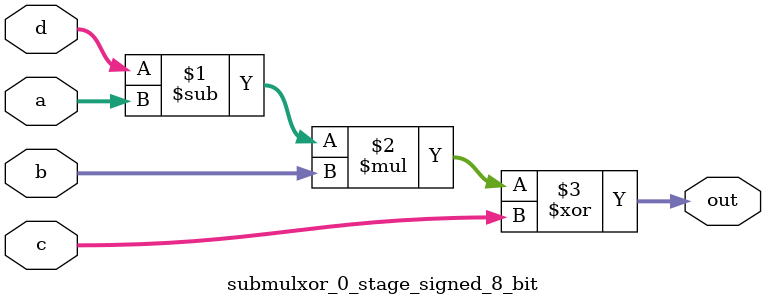
<source format=sv>
(* use_dsp = "yes" *) module submulxor_0_stage_signed_8_bit(
	input signed [7:0] a,
	input signed [7:0] b,
	input signed [7:0] c,
	input signed [7:0] d,
	output [7:0] out
	);

	assign out = ((d - a) * b) ^ c;
endmodule

</source>
